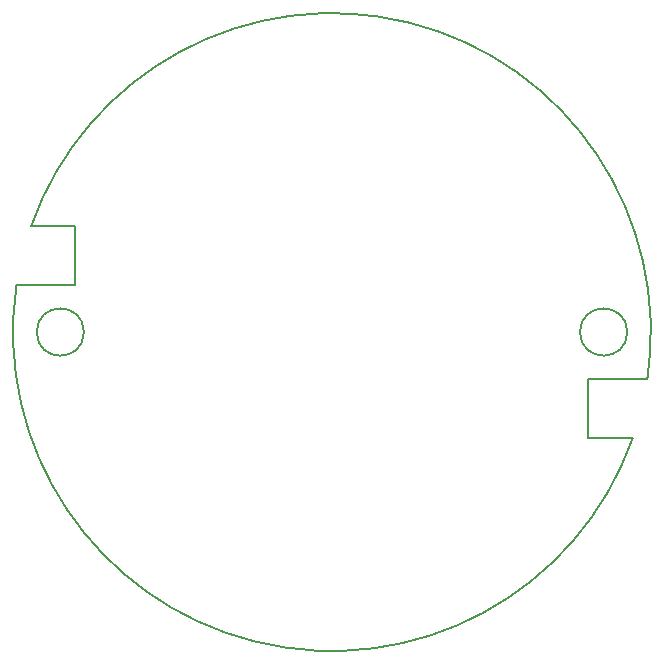
<source format=gm1>
%FSLAX25Y25*%
%MOIN*%
G70*
G01*
G75*
G04 Layer_Color=16711935*
%ADD10R,0.02756X0.03347*%
%ADD11R,0.03347X0.02756*%
%ADD12R,0.03937X0.03150*%
%ADD13R,0.07874X0.06000*%
%ADD14R,0.07000X0.03150*%
%ADD15O,0.07087X0.02362*%
%ADD16O,0.02362X0.07087*%
%ADD17R,0.03937X0.02362*%
%ADD18R,0.02362X0.03937*%
%ADD19R,0.01181X0.02165*%
%ADD20R,0.01181X0.03150*%
%ADD21R,0.02165X0.01181*%
%ADD22R,0.03150X0.01181*%
%ADD23O,0.05500X0.02500*%
%ADD24R,0.05500X0.02500*%
%ADD25R,0.08661X0.11811*%
%ADD26O,0.02500X0.05500*%
%ADD27R,0.02500X0.05500*%
%ADD28O,0.03543X0.01969*%
%ADD29R,0.03543X0.01969*%
%ADD30O,0.03543X0.01969*%
%ADD31C,0.01000*%
%ADD32C,0.00800*%
%ADD33C,0.03000*%
%ADD34C,0.02000*%
%ADD35C,0.04000*%
%ADD36C,0.05000*%
%ADD37C,0.06000*%
%ADD38C,0.00600*%
%ADD39C,0.02500*%
%ADD40C,0.00500*%
%ADD41C,0.06000*%
%ADD42R,0.05906X0.05906*%
%ADD43C,0.05906*%
%ADD44R,0.05906X0.05906*%
%ADD45O,0.07874X0.11811*%
%ADD46R,0.07874X0.11811*%
%ADD47C,0.03000*%
%ADD48C,0.02000*%
%ADD49C,0.05000*%
%ADD50R,0.02559X0.04843*%
%ADD51R,0.02756X0.08268*%
%ADD52R,0.01575X0.03347*%
%ADD53C,0.07000*%
%ADD54C,0.02362*%
%ADD55C,0.00984*%
%ADD56C,0.00787*%
%ADD57R,0.01575X0.11811*%
%ADD58R,0.03556X0.04147*%
%ADD59R,0.04147X0.03556*%
%ADD60R,0.04737X0.03950*%
%ADD61R,0.08674X0.06800*%
%ADD62R,0.07800X0.03950*%
%ADD63O,0.07887X0.03162*%
%ADD64O,0.03162X0.07887*%
%ADD65R,0.04737X0.03162*%
%ADD66R,0.03162X0.04737*%
%ADD67R,0.01981X0.02965*%
%ADD68R,0.01981X0.03950*%
%ADD69R,0.02965X0.01981*%
%ADD70R,0.03950X0.01981*%
%ADD71O,0.06300X0.03300*%
%ADD72R,0.06300X0.03300*%
%ADD73R,0.09461X0.12611*%
%ADD74O,0.03300X0.06300*%
%ADD75R,0.03300X0.06300*%
%ADD76O,0.04343X0.02769*%
%ADD77R,0.04343X0.02769*%
%ADD78O,0.04343X0.02769*%
%ADD79C,0.06800*%
%ADD80R,0.06706X0.06706*%
%ADD81C,0.06706*%
%ADD82R,0.06706X0.06706*%
%ADD83O,0.08674X0.12611*%
%ADD84R,0.08674X0.12611*%
%ADD85R,0.03359X0.05643*%
%ADD86R,0.03556X0.09068*%
%ADD87R,0.02375X0.04147*%
D40*
X98425Y49D02*
G03*
X98425Y0I-7874J-49D01*
G01*
X-82677Y49D02*
G03*
X-82677Y0I-7874J-49D01*
G01*
X-105128Y15737D02*
G03*
X100221Y-35430I105128J-15737D01*
G01*
X105123Y-15766D02*
G03*
X-100244Y35364I-105123J15766D01*
G01*
X85315Y-15748D02*
X105000D01*
X85315Y-35433D02*
X100229D01*
X85315Y-35348D02*
Y-15748D01*
X-85515Y15748D02*
Y35348D01*
X-100199D02*
X-85515D01*
X-105128Y15748D02*
X-85515D01*
X98425Y49D02*
G03*
X98425Y0I-7874J-49D01*
G01*
X-82677Y49D02*
G03*
X-82677Y0I-7874J-49D01*
G01*
X-105128Y15737D02*
G03*
X100221Y-35430I105128J-15737D01*
G01*
X105123Y-15766D02*
G03*
X-100244Y35364I-105123J15766D01*
G01*
X85315Y-15748D02*
X105000D01*
X85315Y-35433D02*
X100229D01*
X85315Y-35348D02*
Y-15748D01*
X-85515Y15748D02*
Y35348D01*
X-100199D02*
X-85515D01*
X-105128Y15748D02*
X-85515D01*
M02*

</source>
